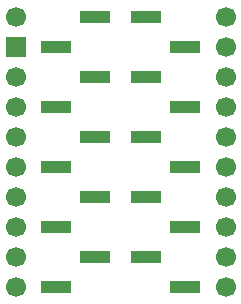
<source format=gbs>
G04 #@! TF.GenerationSoftware,KiCad,Pcbnew,9.0.6*
G04 #@! TF.CreationDate,2026-01-02T14:07:03-06:00*
G04 #@! TF.ProjectId,QFN-16_3x3,51464e2d-3136-45f3-9378-332e6b696361,rev?*
G04 #@! TF.SameCoordinates,Original*
G04 #@! TF.FileFunction,Soldermask,Bot*
G04 #@! TF.FilePolarity,Negative*
%FSLAX46Y46*%
G04 Gerber Fmt 4.6, Leading zero omitted, Abs format (unit mm)*
G04 Created by KiCad (PCBNEW 9.0.6) date 2026-01-02 14:07:03*
%MOMM*%
%LPD*%
G01*
G04 APERTURE LIST*
%ADD10C,1.700000*%
%ADD11R,1.700000X1.700000*%
%ADD12R,2.510000X1.000000*%
G04 APERTURE END LIST*
D10*
X121920000Y-109220000D03*
D11*
X121920000Y-111760000D03*
D10*
X121920000Y-114299999D03*
X121920000Y-116840000D03*
X121920000Y-119380000D03*
X121920000Y-121920000D03*
X121920000Y-124460000D03*
X121920000Y-127000001D03*
X121920000Y-129540000D03*
X121920000Y-132080000D03*
X139700000Y-109220001D03*
X139700000Y-111760001D03*
X139700000Y-114300001D03*
X139700000Y-116840001D03*
X139700000Y-119380001D03*
X139700000Y-121920001D03*
X139700000Y-124460001D03*
X139700000Y-127000001D03*
X139700000Y-129540001D03*
X139700000Y-132080001D03*
D12*
X128655000Y-109220000D03*
X125345000Y-111760000D03*
X128655000Y-114300000D03*
X125345000Y-116840000D03*
X128655000Y-119380000D03*
X125345000Y-121920000D03*
X128655000Y-124460000D03*
X125345000Y-127000000D03*
X128655000Y-129540000D03*
X125345000Y-132080000D03*
X132965000Y-109220000D03*
X136275000Y-111760000D03*
X132965000Y-114300000D03*
X136275000Y-116840000D03*
X132965000Y-119380000D03*
X136275000Y-121920000D03*
X132965000Y-124460000D03*
X136275000Y-127000000D03*
X132965000Y-129540000D03*
X136275000Y-132080000D03*
M02*

</source>
